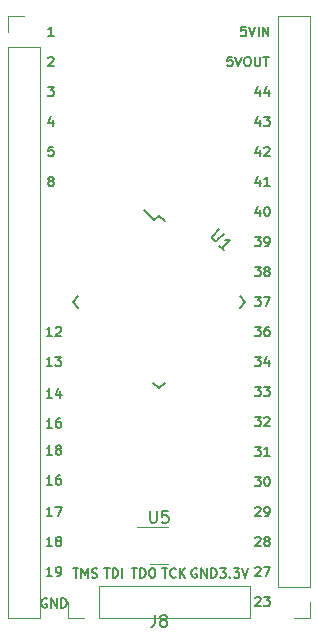
<source format=gbr>
G04 #@! TF.GenerationSoftware,KiCad,Pcbnew,(5.1.9-0-10_14)*
G04 #@! TF.CreationDate,2021-04-21T19:16:31+02:00*
G04 #@! TF.ProjectId,xilinx-cpld-breakout,78696c69-6e78-42d6-9370-6c642d627265,rev?*
G04 #@! TF.SameCoordinates,Original*
G04 #@! TF.FileFunction,Legend,Top*
G04 #@! TF.FilePolarity,Positive*
%FSLAX46Y46*%
G04 Gerber Fmt 4.6, Leading zero omitted, Abs format (unit mm)*
G04 Created by KiCad (PCBNEW (5.1.9-0-10_14)) date 2021-04-21 19:16:31*
%MOMM*%
%LPD*%
G01*
G04 APERTURE LIST*
%ADD10C,0.150000*%
%ADD11C,0.120000*%
G04 APERTURE END LIST*
D10*
X116103476Y-158388095D02*
X116141571Y-158350000D01*
X116217761Y-158311904D01*
X116408238Y-158311904D01*
X116484428Y-158350000D01*
X116522523Y-158388095D01*
X116560619Y-158464285D01*
X116560619Y-158540476D01*
X116522523Y-158654761D01*
X116065380Y-159111904D01*
X116560619Y-159111904D01*
X116827285Y-158311904D02*
X117322523Y-158311904D01*
X117055857Y-158616666D01*
X117170142Y-158616666D01*
X117246333Y-158654761D01*
X117284428Y-158692857D01*
X117322523Y-158769047D01*
X117322523Y-158959523D01*
X117284428Y-159035714D01*
X117246333Y-159073809D01*
X117170142Y-159111904D01*
X116941571Y-159111904D01*
X116865380Y-159073809D01*
X116827285Y-159035714D01*
X116103476Y-150768095D02*
X116141571Y-150730000D01*
X116217761Y-150691904D01*
X116408238Y-150691904D01*
X116484428Y-150730000D01*
X116522523Y-150768095D01*
X116560619Y-150844285D01*
X116560619Y-150920476D01*
X116522523Y-151034761D01*
X116065380Y-151491904D01*
X116560619Y-151491904D01*
X116941571Y-151491904D02*
X117093952Y-151491904D01*
X117170142Y-151453809D01*
X117208238Y-151415714D01*
X117284428Y-151301428D01*
X117322523Y-151149047D01*
X117322523Y-150844285D01*
X117284428Y-150768095D01*
X117246333Y-150730000D01*
X117170142Y-150691904D01*
X117017761Y-150691904D01*
X116941571Y-150730000D01*
X116903476Y-150768095D01*
X116865380Y-150844285D01*
X116865380Y-151034761D01*
X116903476Y-151110952D01*
X116941571Y-151149047D01*
X117017761Y-151187142D01*
X117170142Y-151187142D01*
X117246333Y-151149047D01*
X117284428Y-151110952D01*
X117322523Y-151034761D01*
X116103476Y-153308095D02*
X116141571Y-153270000D01*
X116217761Y-153231904D01*
X116408238Y-153231904D01*
X116484428Y-153270000D01*
X116522523Y-153308095D01*
X116560619Y-153384285D01*
X116560619Y-153460476D01*
X116522523Y-153574761D01*
X116065380Y-154031904D01*
X116560619Y-154031904D01*
X117017761Y-153574761D02*
X116941571Y-153536666D01*
X116903476Y-153498571D01*
X116865380Y-153422380D01*
X116865380Y-153384285D01*
X116903476Y-153308095D01*
X116941571Y-153270000D01*
X117017761Y-153231904D01*
X117170142Y-153231904D01*
X117246333Y-153270000D01*
X117284428Y-153308095D01*
X117322523Y-153384285D01*
X117322523Y-153422380D01*
X117284428Y-153498571D01*
X117246333Y-153536666D01*
X117170142Y-153574761D01*
X117017761Y-153574761D01*
X116941571Y-153612857D01*
X116903476Y-153650952D01*
X116865380Y-153727142D01*
X116865380Y-153879523D01*
X116903476Y-153955714D01*
X116941571Y-153993809D01*
X117017761Y-154031904D01*
X117170142Y-154031904D01*
X117246333Y-153993809D01*
X117284428Y-153955714D01*
X117322523Y-153879523D01*
X117322523Y-153727142D01*
X117284428Y-153650952D01*
X117246333Y-153612857D01*
X117170142Y-153574761D01*
X116103476Y-155848095D02*
X116141571Y-155810000D01*
X116217761Y-155771904D01*
X116408238Y-155771904D01*
X116484428Y-155810000D01*
X116522523Y-155848095D01*
X116560619Y-155924285D01*
X116560619Y-156000476D01*
X116522523Y-156114761D01*
X116065380Y-156571904D01*
X116560619Y-156571904D01*
X116827285Y-155771904D02*
X117360619Y-155771904D01*
X117017761Y-156571904D01*
X116065380Y-145611904D02*
X116560619Y-145611904D01*
X116293952Y-145916666D01*
X116408238Y-145916666D01*
X116484428Y-145954761D01*
X116522523Y-145992857D01*
X116560619Y-146069047D01*
X116560619Y-146259523D01*
X116522523Y-146335714D01*
X116484428Y-146373809D01*
X116408238Y-146411904D01*
X116179666Y-146411904D01*
X116103476Y-146373809D01*
X116065380Y-146335714D01*
X117322523Y-146411904D02*
X116865380Y-146411904D01*
X117093952Y-146411904D02*
X117093952Y-145611904D01*
X117017761Y-145726190D01*
X116941571Y-145802380D01*
X116865380Y-145840476D01*
X116065380Y-143071904D02*
X116560619Y-143071904D01*
X116293952Y-143376666D01*
X116408238Y-143376666D01*
X116484428Y-143414761D01*
X116522523Y-143452857D01*
X116560619Y-143529047D01*
X116560619Y-143719523D01*
X116522523Y-143795714D01*
X116484428Y-143833809D01*
X116408238Y-143871904D01*
X116179666Y-143871904D01*
X116103476Y-143833809D01*
X116065380Y-143795714D01*
X116865380Y-143148095D02*
X116903476Y-143110000D01*
X116979666Y-143071904D01*
X117170142Y-143071904D01*
X117246333Y-143110000D01*
X117284428Y-143148095D01*
X117322523Y-143224285D01*
X117322523Y-143300476D01*
X117284428Y-143414761D01*
X116827285Y-143871904D01*
X117322523Y-143871904D01*
X116065380Y-148151904D02*
X116560619Y-148151904D01*
X116293952Y-148456666D01*
X116408238Y-148456666D01*
X116484428Y-148494761D01*
X116522523Y-148532857D01*
X116560619Y-148609047D01*
X116560619Y-148799523D01*
X116522523Y-148875714D01*
X116484428Y-148913809D01*
X116408238Y-148951904D01*
X116179666Y-148951904D01*
X116103476Y-148913809D01*
X116065380Y-148875714D01*
X117055857Y-148151904D02*
X117132047Y-148151904D01*
X117208238Y-148190000D01*
X117246333Y-148228095D01*
X117284428Y-148304285D01*
X117322523Y-148456666D01*
X117322523Y-148647142D01*
X117284428Y-148799523D01*
X117246333Y-148875714D01*
X117208238Y-148913809D01*
X117132047Y-148951904D01*
X117055857Y-148951904D01*
X116979666Y-148913809D01*
X116941571Y-148875714D01*
X116903476Y-148799523D01*
X116865380Y-148647142D01*
X116865380Y-148456666D01*
X116903476Y-148304285D01*
X116941571Y-148228095D01*
X116979666Y-148190000D01*
X117055857Y-148151904D01*
X116065380Y-135451904D02*
X116560619Y-135451904D01*
X116293952Y-135756666D01*
X116408238Y-135756666D01*
X116484428Y-135794761D01*
X116522523Y-135832857D01*
X116560619Y-135909047D01*
X116560619Y-136099523D01*
X116522523Y-136175714D01*
X116484428Y-136213809D01*
X116408238Y-136251904D01*
X116179666Y-136251904D01*
X116103476Y-136213809D01*
X116065380Y-136175714D01*
X117246333Y-135451904D02*
X117093952Y-135451904D01*
X117017761Y-135490000D01*
X116979666Y-135528095D01*
X116903476Y-135642380D01*
X116865380Y-135794761D01*
X116865380Y-136099523D01*
X116903476Y-136175714D01*
X116941571Y-136213809D01*
X117017761Y-136251904D01*
X117170142Y-136251904D01*
X117246333Y-136213809D01*
X117284428Y-136175714D01*
X117322523Y-136099523D01*
X117322523Y-135909047D01*
X117284428Y-135832857D01*
X117246333Y-135794761D01*
X117170142Y-135756666D01*
X117017761Y-135756666D01*
X116941571Y-135794761D01*
X116903476Y-135832857D01*
X116865380Y-135909047D01*
X116065380Y-137991904D02*
X116560619Y-137991904D01*
X116293952Y-138296666D01*
X116408238Y-138296666D01*
X116484428Y-138334761D01*
X116522523Y-138372857D01*
X116560619Y-138449047D01*
X116560619Y-138639523D01*
X116522523Y-138715714D01*
X116484428Y-138753809D01*
X116408238Y-138791904D01*
X116179666Y-138791904D01*
X116103476Y-138753809D01*
X116065380Y-138715714D01*
X117246333Y-138258571D02*
X117246333Y-138791904D01*
X117055857Y-137953809D02*
X116865380Y-138525238D01*
X117360619Y-138525238D01*
X116065380Y-140531904D02*
X116560619Y-140531904D01*
X116293952Y-140836666D01*
X116408238Y-140836666D01*
X116484428Y-140874761D01*
X116522523Y-140912857D01*
X116560619Y-140989047D01*
X116560619Y-141179523D01*
X116522523Y-141255714D01*
X116484428Y-141293809D01*
X116408238Y-141331904D01*
X116179666Y-141331904D01*
X116103476Y-141293809D01*
X116065380Y-141255714D01*
X116827285Y-140531904D02*
X117322523Y-140531904D01*
X117055857Y-140836666D01*
X117170142Y-140836666D01*
X117246333Y-140874761D01*
X117284428Y-140912857D01*
X117322523Y-140989047D01*
X117322523Y-141179523D01*
X117284428Y-141255714D01*
X117246333Y-141293809D01*
X117170142Y-141331904D01*
X116941571Y-141331904D01*
X116865380Y-141293809D01*
X116827285Y-141255714D01*
X116065380Y-132911904D02*
X116560619Y-132911904D01*
X116293952Y-133216666D01*
X116408238Y-133216666D01*
X116484428Y-133254761D01*
X116522523Y-133292857D01*
X116560619Y-133369047D01*
X116560619Y-133559523D01*
X116522523Y-133635714D01*
X116484428Y-133673809D01*
X116408238Y-133711904D01*
X116179666Y-133711904D01*
X116103476Y-133673809D01*
X116065380Y-133635714D01*
X116827285Y-132911904D02*
X117360619Y-132911904D01*
X117017761Y-133711904D01*
X116065380Y-130371904D02*
X116560619Y-130371904D01*
X116293952Y-130676666D01*
X116408238Y-130676666D01*
X116484428Y-130714761D01*
X116522523Y-130752857D01*
X116560619Y-130829047D01*
X116560619Y-131019523D01*
X116522523Y-131095714D01*
X116484428Y-131133809D01*
X116408238Y-131171904D01*
X116179666Y-131171904D01*
X116103476Y-131133809D01*
X116065380Y-131095714D01*
X117017761Y-130714761D02*
X116941571Y-130676666D01*
X116903476Y-130638571D01*
X116865380Y-130562380D01*
X116865380Y-130524285D01*
X116903476Y-130448095D01*
X116941571Y-130410000D01*
X117017761Y-130371904D01*
X117170142Y-130371904D01*
X117246333Y-130410000D01*
X117284428Y-130448095D01*
X117322523Y-130524285D01*
X117322523Y-130562380D01*
X117284428Y-130638571D01*
X117246333Y-130676666D01*
X117170142Y-130714761D01*
X117017761Y-130714761D01*
X116941571Y-130752857D01*
X116903476Y-130790952D01*
X116865380Y-130867142D01*
X116865380Y-131019523D01*
X116903476Y-131095714D01*
X116941571Y-131133809D01*
X117017761Y-131171904D01*
X117170142Y-131171904D01*
X117246333Y-131133809D01*
X117284428Y-131095714D01*
X117322523Y-131019523D01*
X117322523Y-130867142D01*
X117284428Y-130790952D01*
X117246333Y-130752857D01*
X117170142Y-130714761D01*
X116065380Y-127831904D02*
X116560619Y-127831904D01*
X116293952Y-128136666D01*
X116408238Y-128136666D01*
X116484428Y-128174761D01*
X116522523Y-128212857D01*
X116560619Y-128289047D01*
X116560619Y-128479523D01*
X116522523Y-128555714D01*
X116484428Y-128593809D01*
X116408238Y-128631904D01*
X116179666Y-128631904D01*
X116103476Y-128593809D01*
X116065380Y-128555714D01*
X116941571Y-128631904D02*
X117093952Y-128631904D01*
X117170142Y-128593809D01*
X117208238Y-128555714D01*
X117284428Y-128441428D01*
X117322523Y-128289047D01*
X117322523Y-127984285D01*
X117284428Y-127908095D01*
X117246333Y-127870000D01*
X117170142Y-127831904D01*
X117017761Y-127831904D01*
X116941571Y-127870000D01*
X116903476Y-127908095D01*
X116865380Y-127984285D01*
X116865380Y-128174761D01*
X116903476Y-128250952D01*
X116941571Y-128289047D01*
X117017761Y-128327142D01*
X117170142Y-128327142D01*
X117246333Y-128289047D01*
X117284428Y-128250952D01*
X117322523Y-128174761D01*
X115316095Y-110051904D02*
X114935142Y-110051904D01*
X114897047Y-110432857D01*
X114935142Y-110394761D01*
X115011333Y-110356666D01*
X115201809Y-110356666D01*
X115278000Y-110394761D01*
X115316095Y-110432857D01*
X115354190Y-110509047D01*
X115354190Y-110699523D01*
X115316095Y-110775714D01*
X115278000Y-110813809D01*
X115201809Y-110851904D01*
X115011333Y-110851904D01*
X114935142Y-110813809D01*
X114897047Y-110775714D01*
X115582761Y-110051904D02*
X115849428Y-110851904D01*
X116116095Y-110051904D01*
X116382761Y-110851904D02*
X116382761Y-110051904D01*
X116763714Y-110851904D02*
X116763714Y-110051904D01*
X117220857Y-110851904D01*
X117220857Y-110051904D01*
X114147761Y-112591904D02*
X113766809Y-112591904D01*
X113728714Y-112972857D01*
X113766809Y-112934761D01*
X113843000Y-112896666D01*
X114033476Y-112896666D01*
X114109666Y-112934761D01*
X114147761Y-112972857D01*
X114185857Y-113049047D01*
X114185857Y-113239523D01*
X114147761Y-113315714D01*
X114109666Y-113353809D01*
X114033476Y-113391904D01*
X113843000Y-113391904D01*
X113766809Y-113353809D01*
X113728714Y-113315714D01*
X114414428Y-112591904D02*
X114681095Y-113391904D01*
X114947761Y-112591904D01*
X115366809Y-112591904D02*
X115519190Y-112591904D01*
X115595380Y-112630000D01*
X115671571Y-112706190D01*
X115709666Y-112858571D01*
X115709666Y-113125238D01*
X115671571Y-113277619D01*
X115595380Y-113353809D01*
X115519190Y-113391904D01*
X115366809Y-113391904D01*
X115290619Y-113353809D01*
X115214428Y-113277619D01*
X115176333Y-113125238D01*
X115176333Y-112858571D01*
X115214428Y-112706190D01*
X115290619Y-112630000D01*
X115366809Y-112591904D01*
X116052523Y-112591904D02*
X116052523Y-113239523D01*
X116090619Y-113315714D01*
X116128714Y-113353809D01*
X116204904Y-113391904D01*
X116357285Y-113391904D01*
X116433476Y-113353809D01*
X116471571Y-113315714D01*
X116509666Y-113239523D01*
X116509666Y-112591904D01*
X116776333Y-112591904D02*
X117233476Y-112591904D01*
X117004904Y-113391904D02*
X117004904Y-112591904D01*
X116484428Y-115398571D02*
X116484428Y-115931904D01*
X116293952Y-115093809D02*
X116103476Y-115665238D01*
X116598714Y-115665238D01*
X117246333Y-115398571D02*
X117246333Y-115931904D01*
X117055857Y-115093809D02*
X116865380Y-115665238D01*
X117360619Y-115665238D01*
X116484428Y-117938571D02*
X116484428Y-118471904D01*
X116293952Y-117633809D02*
X116103476Y-118205238D01*
X116598714Y-118205238D01*
X116827285Y-117671904D02*
X117322523Y-117671904D01*
X117055857Y-117976666D01*
X117170142Y-117976666D01*
X117246333Y-118014761D01*
X117284428Y-118052857D01*
X117322523Y-118129047D01*
X117322523Y-118319523D01*
X117284428Y-118395714D01*
X117246333Y-118433809D01*
X117170142Y-118471904D01*
X116941571Y-118471904D01*
X116865380Y-118433809D01*
X116827285Y-118395714D01*
X116484428Y-125558571D02*
X116484428Y-126091904D01*
X116293952Y-125253809D02*
X116103476Y-125825238D01*
X116598714Y-125825238D01*
X117055857Y-125291904D02*
X117132047Y-125291904D01*
X117208238Y-125330000D01*
X117246333Y-125368095D01*
X117284428Y-125444285D01*
X117322523Y-125596666D01*
X117322523Y-125787142D01*
X117284428Y-125939523D01*
X117246333Y-126015714D01*
X117208238Y-126053809D01*
X117132047Y-126091904D01*
X117055857Y-126091904D01*
X116979666Y-126053809D01*
X116941571Y-126015714D01*
X116903476Y-125939523D01*
X116865380Y-125787142D01*
X116865380Y-125596666D01*
X116903476Y-125444285D01*
X116941571Y-125368095D01*
X116979666Y-125330000D01*
X117055857Y-125291904D01*
X116484428Y-123018571D02*
X116484428Y-123551904D01*
X116293952Y-122713809D02*
X116103476Y-123285238D01*
X116598714Y-123285238D01*
X117322523Y-123551904D02*
X116865380Y-123551904D01*
X117093952Y-123551904D02*
X117093952Y-122751904D01*
X117017761Y-122866190D01*
X116941571Y-122942380D01*
X116865380Y-122980476D01*
X116484428Y-120478571D02*
X116484428Y-121011904D01*
X116293952Y-120173809D02*
X116103476Y-120745238D01*
X116598714Y-120745238D01*
X116865380Y-120288095D02*
X116903476Y-120250000D01*
X116979666Y-120211904D01*
X117170142Y-120211904D01*
X117246333Y-120250000D01*
X117284428Y-120288095D01*
X117322523Y-120364285D01*
X117322523Y-120440476D01*
X117284428Y-120554761D01*
X116827285Y-121011904D01*
X117322523Y-121011904D01*
X98450476Y-158477000D02*
X98374285Y-158438904D01*
X98260000Y-158438904D01*
X98145714Y-158477000D01*
X98069523Y-158553190D01*
X98031428Y-158629380D01*
X97993333Y-158781761D01*
X97993333Y-158896047D01*
X98031428Y-159048428D01*
X98069523Y-159124619D01*
X98145714Y-159200809D01*
X98260000Y-159238904D01*
X98336190Y-159238904D01*
X98450476Y-159200809D01*
X98488571Y-159162714D01*
X98488571Y-158896047D01*
X98336190Y-158896047D01*
X98831428Y-159238904D02*
X98831428Y-158438904D01*
X99288571Y-159238904D01*
X99288571Y-158438904D01*
X99669523Y-159238904D02*
X99669523Y-158438904D01*
X99860000Y-158438904D01*
X99974285Y-158477000D01*
X100050476Y-158553190D01*
X100088571Y-158629380D01*
X100126666Y-158781761D01*
X100126666Y-158896047D01*
X100088571Y-159048428D01*
X100050476Y-159124619D01*
X99974285Y-159200809D01*
X99860000Y-159238904D01*
X99669523Y-159238904D01*
X98907619Y-156571904D02*
X98450476Y-156571904D01*
X98679047Y-156571904D02*
X98679047Y-155771904D01*
X98602857Y-155886190D01*
X98526666Y-155962380D01*
X98450476Y-156000476D01*
X99288571Y-156571904D02*
X99440952Y-156571904D01*
X99517142Y-156533809D01*
X99555238Y-156495714D01*
X99631428Y-156381428D01*
X99669523Y-156229047D01*
X99669523Y-155924285D01*
X99631428Y-155848095D01*
X99593333Y-155810000D01*
X99517142Y-155771904D01*
X99364761Y-155771904D01*
X99288571Y-155810000D01*
X99250476Y-155848095D01*
X99212380Y-155924285D01*
X99212380Y-156114761D01*
X99250476Y-156190952D01*
X99288571Y-156229047D01*
X99364761Y-156267142D01*
X99517142Y-156267142D01*
X99593333Y-156229047D01*
X99631428Y-156190952D01*
X99669523Y-156114761D01*
X98907619Y-148824904D02*
X98450476Y-148824904D01*
X98679047Y-148824904D02*
X98679047Y-148024904D01*
X98602857Y-148139190D01*
X98526666Y-148215380D01*
X98450476Y-148253476D01*
X99593333Y-148024904D02*
X99440952Y-148024904D01*
X99364761Y-148063000D01*
X99326666Y-148101095D01*
X99250476Y-148215380D01*
X99212380Y-148367761D01*
X99212380Y-148672523D01*
X99250476Y-148748714D01*
X99288571Y-148786809D01*
X99364761Y-148824904D01*
X99517142Y-148824904D01*
X99593333Y-148786809D01*
X99631428Y-148748714D01*
X99669523Y-148672523D01*
X99669523Y-148482047D01*
X99631428Y-148405857D01*
X99593333Y-148367761D01*
X99517142Y-148329666D01*
X99364761Y-148329666D01*
X99288571Y-148367761D01*
X99250476Y-148405857D01*
X99212380Y-148482047D01*
X98907619Y-146284904D02*
X98450476Y-146284904D01*
X98679047Y-146284904D02*
X98679047Y-145484904D01*
X98602857Y-145599190D01*
X98526666Y-145675380D01*
X98450476Y-145713476D01*
X99364761Y-145827761D02*
X99288571Y-145789666D01*
X99250476Y-145751571D01*
X99212380Y-145675380D01*
X99212380Y-145637285D01*
X99250476Y-145561095D01*
X99288571Y-145523000D01*
X99364761Y-145484904D01*
X99517142Y-145484904D01*
X99593333Y-145523000D01*
X99631428Y-145561095D01*
X99669523Y-145637285D01*
X99669523Y-145675380D01*
X99631428Y-145751571D01*
X99593333Y-145789666D01*
X99517142Y-145827761D01*
X99364761Y-145827761D01*
X99288571Y-145865857D01*
X99250476Y-145903952D01*
X99212380Y-145980142D01*
X99212380Y-146132523D01*
X99250476Y-146208714D01*
X99288571Y-146246809D01*
X99364761Y-146284904D01*
X99517142Y-146284904D01*
X99593333Y-146246809D01*
X99631428Y-146208714D01*
X99669523Y-146132523D01*
X99669523Y-145980142D01*
X99631428Y-145903952D01*
X99593333Y-145865857D01*
X99517142Y-145827761D01*
X98907619Y-151491904D02*
X98450476Y-151491904D01*
X98679047Y-151491904D02*
X98679047Y-150691904D01*
X98602857Y-150806190D01*
X98526666Y-150882380D01*
X98450476Y-150920476D01*
X99174285Y-150691904D02*
X99707619Y-150691904D01*
X99364761Y-151491904D01*
X98907619Y-154031904D02*
X98450476Y-154031904D01*
X98679047Y-154031904D02*
X98679047Y-153231904D01*
X98602857Y-153346190D01*
X98526666Y-153422380D01*
X98450476Y-153460476D01*
X99364761Y-153574761D02*
X99288571Y-153536666D01*
X99250476Y-153498571D01*
X99212380Y-153422380D01*
X99212380Y-153384285D01*
X99250476Y-153308095D01*
X99288571Y-153270000D01*
X99364761Y-153231904D01*
X99517142Y-153231904D01*
X99593333Y-153270000D01*
X99631428Y-153308095D01*
X99669523Y-153384285D01*
X99669523Y-153422380D01*
X99631428Y-153498571D01*
X99593333Y-153536666D01*
X99517142Y-153574761D01*
X99364761Y-153574761D01*
X99288571Y-153612857D01*
X99250476Y-153650952D01*
X99212380Y-153727142D01*
X99212380Y-153879523D01*
X99250476Y-153955714D01*
X99288571Y-153993809D01*
X99364761Y-154031904D01*
X99517142Y-154031904D01*
X99593333Y-153993809D01*
X99631428Y-153955714D01*
X99669523Y-153879523D01*
X99669523Y-153727142D01*
X99631428Y-153650952D01*
X99593333Y-153612857D01*
X99517142Y-153574761D01*
X98907619Y-143998904D02*
X98450476Y-143998904D01*
X98679047Y-143998904D02*
X98679047Y-143198904D01*
X98602857Y-143313190D01*
X98526666Y-143389380D01*
X98450476Y-143427476D01*
X99593333Y-143198904D02*
X99440952Y-143198904D01*
X99364761Y-143237000D01*
X99326666Y-143275095D01*
X99250476Y-143389380D01*
X99212380Y-143541761D01*
X99212380Y-143846523D01*
X99250476Y-143922714D01*
X99288571Y-143960809D01*
X99364761Y-143998904D01*
X99517142Y-143998904D01*
X99593333Y-143960809D01*
X99631428Y-143922714D01*
X99669523Y-143846523D01*
X99669523Y-143656047D01*
X99631428Y-143579857D01*
X99593333Y-143541761D01*
X99517142Y-143503666D01*
X99364761Y-143503666D01*
X99288571Y-143541761D01*
X99250476Y-143579857D01*
X99212380Y-143656047D01*
X98907619Y-141458904D02*
X98450476Y-141458904D01*
X98679047Y-141458904D02*
X98679047Y-140658904D01*
X98602857Y-140773190D01*
X98526666Y-140849380D01*
X98450476Y-140887476D01*
X99593333Y-140925571D02*
X99593333Y-141458904D01*
X99402857Y-140620809D02*
X99212380Y-141192238D01*
X99707619Y-141192238D01*
X98907619Y-138791904D02*
X98450476Y-138791904D01*
X98679047Y-138791904D02*
X98679047Y-137991904D01*
X98602857Y-138106190D01*
X98526666Y-138182380D01*
X98450476Y-138220476D01*
X99174285Y-137991904D02*
X99669523Y-137991904D01*
X99402857Y-138296666D01*
X99517142Y-138296666D01*
X99593333Y-138334761D01*
X99631428Y-138372857D01*
X99669523Y-138449047D01*
X99669523Y-138639523D01*
X99631428Y-138715714D01*
X99593333Y-138753809D01*
X99517142Y-138791904D01*
X99288571Y-138791904D01*
X99212380Y-138753809D01*
X99174285Y-138715714D01*
X98907619Y-136251904D02*
X98450476Y-136251904D01*
X98679047Y-136251904D02*
X98679047Y-135451904D01*
X98602857Y-135566190D01*
X98526666Y-135642380D01*
X98450476Y-135680476D01*
X99212380Y-135528095D02*
X99250476Y-135490000D01*
X99326666Y-135451904D01*
X99517142Y-135451904D01*
X99593333Y-135490000D01*
X99631428Y-135528095D01*
X99669523Y-135604285D01*
X99669523Y-135680476D01*
X99631428Y-135794761D01*
X99174285Y-136251904D01*
X99669523Y-136251904D01*
X98729809Y-123094761D02*
X98653619Y-123056666D01*
X98615523Y-123018571D01*
X98577428Y-122942380D01*
X98577428Y-122904285D01*
X98615523Y-122828095D01*
X98653619Y-122790000D01*
X98729809Y-122751904D01*
X98882190Y-122751904D01*
X98958380Y-122790000D01*
X98996476Y-122828095D01*
X99034571Y-122904285D01*
X99034571Y-122942380D01*
X98996476Y-123018571D01*
X98958380Y-123056666D01*
X98882190Y-123094761D01*
X98729809Y-123094761D01*
X98653619Y-123132857D01*
X98615523Y-123170952D01*
X98577428Y-123247142D01*
X98577428Y-123399523D01*
X98615523Y-123475714D01*
X98653619Y-123513809D01*
X98729809Y-123551904D01*
X98882190Y-123551904D01*
X98958380Y-123513809D01*
X98996476Y-123475714D01*
X99034571Y-123399523D01*
X99034571Y-123247142D01*
X98996476Y-123170952D01*
X98958380Y-123132857D01*
X98882190Y-123094761D01*
X98996476Y-120211904D02*
X98615523Y-120211904D01*
X98577428Y-120592857D01*
X98615523Y-120554761D01*
X98691714Y-120516666D01*
X98882190Y-120516666D01*
X98958380Y-120554761D01*
X98996476Y-120592857D01*
X99034571Y-120669047D01*
X99034571Y-120859523D01*
X98996476Y-120935714D01*
X98958380Y-120973809D01*
X98882190Y-121011904D01*
X98691714Y-121011904D01*
X98615523Y-120973809D01*
X98577428Y-120935714D01*
X98958380Y-117938571D02*
X98958380Y-118471904D01*
X98767904Y-117633809D02*
X98577428Y-118205238D01*
X99072666Y-118205238D01*
X98539333Y-115131904D02*
X99034571Y-115131904D01*
X98767904Y-115436666D01*
X98882190Y-115436666D01*
X98958380Y-115474761D01*
X98996476Y-115512857D01*
X99034571Y-115589047D01*
X99034571Y-115779523D01*
X98996476Y-115855714D01*
X98958380Y-115893809D01*
X98882190Y-115931904D01*
X98653619Y-115931904D01*
X98577428Y-115893809D01*
X98539333Y-115855714D01*
X98577428Y-112668095D02*
X98615523Y-112630000D01*
X98691714Y-112591904D01*
X98882190Y-112591904D01*
X98958380Y-112630000D01*
X98996476Y-112668095D01*
X99034571Y-112744285D01*
X99034571Y-112820476D01*
X98996476Y-112934761D01*
X98539333Y-113391904D01*
X99034571Y-113391904D01*
X99034571Y-110851904D02*
X98577428Y-110851904D01*
X98806000Y-110851904D02*
X98806000Y-110051904D01*
X98729809Y-110166190D01*
X98653619Y-110242380D01*
X98577428Y-110280476D01*
X113119047Y-155898904D02*
X113614285Y-155898904D01*
X113347619Y-156203666D01*
X113461904Y-156203666D01*
X113538095Y-156241761D01*
X113576190Y-156279857D01*
X113614285Y-156356047D01*
X113614285Y-156546523D01*
X113576190Y-156622714D01*
X113538095Y-156660809D01*
X113461904Y-156698904D01*
X113233333Y-156698904D01*
X113157142Y-156660809D01*
X113119047Y-156622714D01*
X113957142Y-156622714D02*
X113995238Y-156660809D01*
X113957142Y-156698904D01*
X113919047Y-156660809D01*
X113957142Y-156622714D01*
X113957142Y-156698904D01*
X114261904Y-155898904D02*
X114757142Y-155898904D01*
X114490476Y-156203666D01*
X114604761Y-156203666D01*
X114680952Y-156241761D01*
X114719047Y-156279857D01*
X114757142Y-156356047D01*
X114757142Y-156546523D01*
X114719047Y-156622714D01*
X114680952Y-156660809D01*
X114604761Y-156698904D01*
X114376190Y-156698904D01*
X114300000Y-156660809D01*
X114261904Y-156622714D01*
X114985714Y-155898904D02*
X115252380Y-156698904D01*
X115519047Y-155898904D01*
X111150476Y-155937000D02*
X111074285Y-155898904D01*
X110960000Y-155898904D01*
X110845714Y-155937000D01*
X110769523Y-156013190D01*
X110731428Y-156089380D01*
X110693333Y-156241761D01*
X110693333Y-156356047D01*
X110731428Y-156508428D01*
X110769523Y-156584619D01*
X110845714Y-156660809D01*
X110960000Y-156698904D01*
X111036190Y-156698904D01*
X111150476Y-156660809D01*
X111188571Y-156622714D01*
X111188571Y-156356047D01*
X111036190Y-156356047D01*
X111531428Y-156698904D02*
X111531428Y-155898904D01*
X111988571Y-156698904D01*
X111988571Y-155898904D01*
X112369523Y-156698904D02*
X112369523Y-155898904D01*
X112560000Y-155898904D01*
X112674285Y-155937000D01*
X112750476Y-156013190D01*
X112788571Y-156089380D01*
X112826666Y-156241761D01*
X112826666Y-156356047D01*
X112788571Y-156508428D01*
X112750476Y-156584619D01*
X112674285Y-156660809D01*
X112560000Y-156698904D01*
X112369523Y-156698904D01*
X108191428Y-155898904D02*
X108648571Y-155898904D01*
X108420000Y-156698904D02*
X108420000Y-155898904D01*
X109372380Y-156622714D02*
X109334285Y-156660809D01*
X109220000Y-156698904D01*
X109143809Y-156698904D01*
X109029523Y-156660809D01*
X108953333Y-156584619D01*
X108915238Y-156508428D01*
X108877142Y-156356047D01*
X108877142Y-156241761D01*
X108915238Y-156089380D01*
X108953333Y-156013190D01*
X109029523Y-155937000D01*
X109143809Y-155898904D01*
X109220000Y-155898904D01*
X109334285Y-155937000D01*
X109372380Y-155975095D01*
X109715238Y-156698904D02*
X109715238Y-155898904D01*
X110172380Y-156698904D02*
X109829523Y-156241761D01*
X110172380Y-155898904D02*
X109715238Y-156356047D01*
X105632380Y-155898904D02*
X106089523Y-155898904D01*
X105860952Y-156698904D02*
X105860952Y-155898904D01*
X106356190Y-156698904D02*
X106356190Y-155898904D01*
X106546666Y-155898904D01*
X106660952Y-155937000D01*
X106737142Y-156013190D01*
X106775238Y-156089380D01*
X106813333Y-156241761D01*
X106813333Y-156356047D01*
X106775238Y-156508428D01*
X106737142Y-156584619D01*
X106660952Y-156660809D01*
X106546666Y-156698904D01*
X106356190Y-156698904D01*
X107308571Y-155898904D02*
X107460952Y-155898904D01*
X107537142Y-155937000D01*
X107613333Y-156013190D01*
X107651428Y-156165571D01*
X107651428Y-156432238D01*
X107613333Y-156584619D01*
X107537142Y-156660809D01*
X107460952Y-156698904D01*
X107308571Y-156698904D01*
X107232380Y-156660809D01*
X107156190Y-156584619D01*
X107118095Y-156432238D01*
X107118095Y-156165571D01*
X107156190Y-156013190D01*
X107232380Y-155937000D01*
X107308571Y-155898904D01*
X103320952Y-155898904D02*
X103778095Y-155898904D01*
X103549523Y-156698904D02*
X103549523Y-155898904D01*
X104044761Y-156698904D02*
X104044761Y-155898904D01*
X104235238Y-155898904D01*
X104349523Y-155937000D01*
X104425714Y-156013190D01*
X104463809Y-156089380D01*
X104501904Y-156241761D01*
X104501904Y-156356047D01*
X104463809Y-156508428D01*
X104425714Y-156584619D01*
X104349523Y-156660809D01*
X104235238Y-156698904D01*
X104044761Y-156698904D01*
X104844761Y-156698904D02*
X104844761Y-155898904D01*
X100660333Y-155898904D02*
X101117476Y-155898904D01*
X100888904Y-156698904D02*
X100888904Y-155898904D01*
X101384142Y-156698904D02*
X101384142Y-155898904D01*
X101650809Y-156470333D01*
X101917476Y-155898904D01*
X101917476Y-156698904D01*
X102260333Y-156660809D02*
X102374619Y-156698904D01*
X102565095Y-156698904D01*
X102641285Y-156660809D01*
X102679380Y-156622714D01*
X102717476Y-156546523D01*
X102717476Y-156470333D01*
X102679380Y-156394142D01*
X102641285Y-156356047D01*
X102565095Y-156317952D01*
X102412714Y-156279857D01*
X102336523Y-156241761D01*
X102298428Y-156203666D01*
X102260333Y-156127476D01*
X102260333Y-156051285D01*
X102298428Y-155975095D01*
X102336523Y-155937000D01*
X102412714Y-155898904D01*
X102603190Y-155898904D01*
X102717476Y-155937000D01*
X107543414Y-126438031D02*
X106641852Y-125536470D01*
X115268555Y-133350000D02*
X114791258Y-132872703D01*
X107950000Y-140668555D02*
X107472703Y-140191258D01*
X100631445Y-133350000D02*
X101108742Y-133827297D01*
X107950000Y-126031445D02*
X108427297Y-126508742D01*
X100631445Y-133350000D02*
X101108742Y-132872703D01*
X107950000Y-140668555D02*
X108427297Y-140191258D01*
X115268555Y-133350000D02*
X114791258Y-133827297D01*
X107950000Y-126031445D02*
X107543414Y-126438031D01*
D11*
X120710000Y-160080000D02*
X119380000Y-160080000D01*
X120710000Y-158750000D02*
X120710000Y-160080000D01*
X120710000Y-157480000D02*
X118050000Y-157480000D01*
X118050000Y-157480000D02*
X118050000Y-109160000D01*
X120710000Y-157480000D02*
X120710000Y-109160000D01*
X120710000Y-109160000D02*
X118050000Y-109160000D01*
X95190000Y-109160000D02*
X96520000Y-109160000D01*
X95190000Y-110490000D02*
X95190000Y-109160000D01*
X95190000Y-111760000D02*
X97850000Y-111760000D01*
X97850000Y-111760000D02*
X97850000Y-160080000D01*
X95190000Y-111760000D02*
X95190000Y-160080000D01*
X95190000Y-160080000D02*
X97850000Y-160080000D01*
X107950000Y-152427500D02*
X106100000Y-152427500D01*
X107950000Y-152427500D02*
X108700000Y-152427500D01*
X107950000Y-155547500D02*
X107200000Y-155547500D01*
X107950000Y-155547500D02*
X108700000Y-155547500D01*
X100270000Y-160080000D02*
X100270000Y-158750000D01*
X101600000Y-160080000D02*
X100270000Y-160080000D01*
X102870000Y-160080000D02*
X102870000Y-157420000D01*
X102870000Y-157420000D02*
X115630000Y-157420000D01*
X102870000Y-160080000D02*
X115630000Y-160080000D01*
X115630000Y-160080000D02*
X115630000Y-157420000D01*
D10*
X113066423Y-127156080D02*
X112494003Y-127728500D01*
X112460331Y-127829515D01*
X112460331Y-127896859D01*
X112494003Y-127997874D01*
X112628690Y-128132561D01*
X112729705Y-128166233D01*
X112797049Y-128166233D01*
X112898064Y-128132561D01*
X113470484Y-127560141D01*
X113470484Y-128974355D02*
X113066423Y-128570294D01*
X113268453Y-128772324D02*
X113975560Y-128065218D01*
X113807201Y-128098889D01*
X113672514Y-128098889D01*
X113571499Y-128065218D01*
X107188095Y-151039880D02*
X107188095Y-151849404D01*
X107235714Y-151944642D01*
X107283333Y-151992261D01*
X107378571Y-152039880D01*
X107569047Y-152039880D01*
X107664285Y-151992261D01*
X107711904Y-151944642D01*
X107759523Y-151849404D01*
X107759523Y-151039880D01*
X108711904Y-151039880D02*
X108235714Y-151039880D01*
X108188095Y-151516071D01*
X108235714Y-151468452D01*
X108330952Y-151420833D01*
X108569047Y-151420833D01*
X108664285Y-151468452D01*
X108711904Y-151516071D01*
X108759523Y-151611309D01*
X108759523Y-151849404D01*
X108711904Y-151944642D01*
X108664285Y-151992261D01*
X108569047Y-152039880D01*
X108330952Y-152039880D01*
X108235714Y-151992261D01*
X108188095Y-151944642D01*
X107616666Y-159853380D02*
X107616666Y-160567666D01*
X107569047Y-160710523D01*
X107473809Y-160805761D01*
X107330952Y-160853380D01*
X107235714Y-160853380D01*
X108235714Y-160281952D02*
X108140476Y-160234333D01*
X108092857Y-160186714D01*
X108045238Y-160091476D01*
X108045238Y-160043857D01*
X108092857Y-159948619D01*
X108140476Y-159901000D01*
X108235714Y-159853380D01*
X108426190Y-159853380D01*
X108521428Y-159901000D01*
X108569047Y-159948619D01*
X108616666Y-160043857D01*
X108616666Y-160091476D01*
X108569047Y-160186714D01*
X108521428Y-160234333D01*
X108426190Y-160281952D01*
X108235714Y-160281952D01*
X108140476Y-160329571D01*
X108092857Y-160377190D01*
X108045238Y-160472428D01*
X108045238Y-160662904D01*
X108092857Y-160758142D01*
X108140476Y-160805761D01*
X108235714Y-160853380D01*
X108426190Y-160853380D01*
X108521428Y-160805761D01*
X108569047Y-160758142D01*
X108616666Y-160662904D01*
X108616666Y-160472428D01*
X108569047Y-160377190D01*
X108521428Y-160329571D01*
X108426190Y-160281952D01*
M02*

</source>
